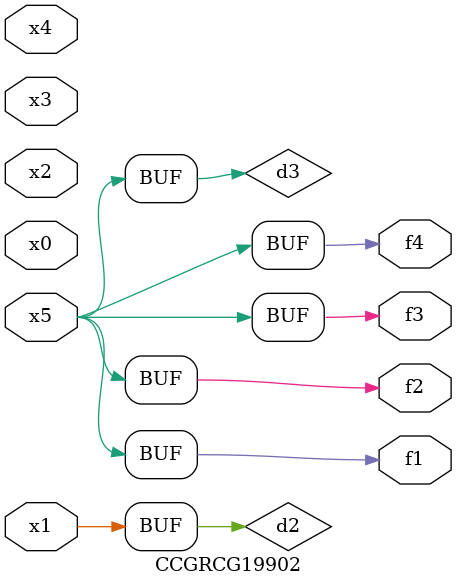
<source format=v>
module CCGRCG19902(
	input x0, x1, x2, x3, x4, x5,
	output f1, f2, f3, f4
);

	wire d1, d2, d3;

	not (d1, x5);
	or (d2, x1);
	xnor (d3, d1);
	assign f1 = d3;
	assign f2 = d3;
	assign f3 = d3;
	assign f4 = d3;
endmodule

</source>
